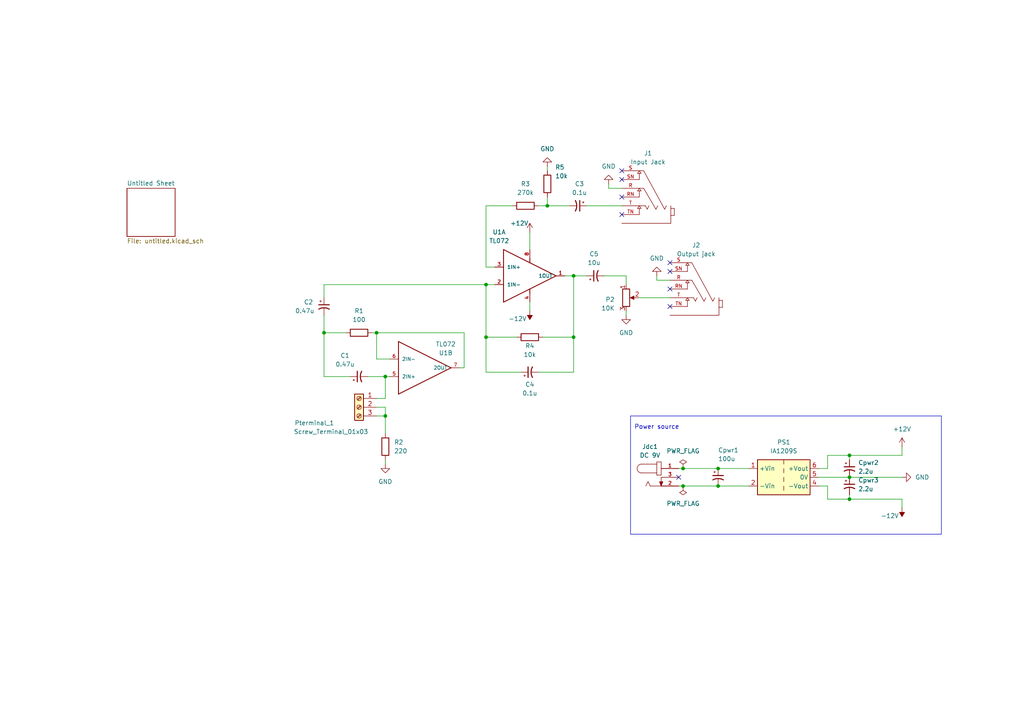
<source format=kicad_sch>
(kicad_sch (version 20231120) (generator "eeschema") (generator_version "8.0")
  (paper "A4")
  (title_block (title "Gyrator based WAH") (date "2024-04-12") (rev "v0.1") (company "Krakenvolt Audio Devices"))
  (lib_symbols
    (symbol "Connector:Screw_Terminal_01x03" (pin_names (offset 1.016) hide)
      (property "Reference" "J" (at 0 5.08 0))
      (property "Value" "Screw_Terminal_01x03" (at 0 -5.08 0))
      (symbol "Screw_Terminal_01x03_1_1"
        (rectangle (start -1.27 3.81) (end 1.27 -3.81) (stroke (width 0.254)) (fill (type background)))
        (circle (center 0 -2.54) (radius 0.635) (stroke (width 0.1524)))
        (polyline (pts (xy -0.5334 -2.2098) (xy 0.3302 -3.048)) (stroke (width 0.1524)))
        (polyline (pts (xy -0.5334 0.3302) (xy 0.3302 -0.508)) (stroke (width 0.1524)))
        (polyline (pts (xy -0.5334 2.8702) (xy 0.3302 2.032)) (stroke (width 0.1524)))
        (polyline (pts (xy -0.3556 -2.032) (xy 0.508 -2.8702)) (stroke (width 0.1524)))
        (polyline (pts (xy -0.3556 0.508) (xy 0.508 -0.3302)) (stroke (width 0.1524)))
        (polyline (pts (xy -0.3556 3.048) (xy 0.508 2.2098)) (stroke (width 0.1524)))
        (circle (center 0 0) (radius 0.635) (stroke (width 0.1524)))
        (circle (center 0 2.54) (radius 0.635) (stroke (width 0.1524)))
        (pin passive line (at -5.08 2.54 0) (length 3.81) (name "Pin_1") (number "1"))
        (pin passive line (at -5.08 0 0) (length 3.81) (name "Pin_2") (number "2"))
        (pin passive line (at -5.08 -2.54 0) (length 3.81) (name "Pin_3") (number "3"))
      )
    )
    (symbol "Converter_DCDC:IA1209S"
      (property "Reference" "PS" (at -7.62 6.35 0))
      (property "Value" "IA1209S" (at 1.27 6.35 0))
      (symbol "IA1209S_0_0"
        (pin power_in line (at -10.16 2.54 0) (length 2.54) (name "+Vin") (number "1"))
        (pin power_in line (at -10.16 -2.54 0) (length 2.54) (name "-Vin") (number "2"))
        (pin power_out line (at 10.16 -2.54 180) (length 2.54) (name "-Vout") (number "4"))
        (pin power_out line (at 10.16 0 180) (length 2.54) (name "0V") (number "5"))
        (pin power_out line (at 10.16 2.54 180) (length 2.54) (name "+Vout") (number "6"))
      )
      (symbol "IA1209S_0_1"
        (rectangle (start -7.62 5.08) (end 7.62 -5.08) (stroke (width 0.254)) (fill (type background)))
        (polyline (pts (xy 0 -2.54) (xy 0 -3.81)))
        (polyline (pts (xy 0 0) (xy 0 -1.27)))
        (polyline (pts (xy 0 2.54) (xy 0 1.27)))
        (polyline (pts (xy 0 5.08) (xy 0 3.81)))
      )
    )
    (symbol "DCJ200-10-A-XX-K_REVA:DCJ200-10-A-XX-K_REVA" (pin_names (offset 1.016))
      (property "Reference" "J" (at -7.6272 5.0848 0))
      (property "Value" "DCJ200-10-A-XX-K_REVA" (at -7.6313 -5.0875 0))
      (symbol "DCJ200-10-A-XX-K_REVA_0_0"
        (arc (start -5.715 3.81) (mid -6.9794 2.54) (end -5.715 1.27) (stroke (width 0.1524)))
        (polyline (pts (xy -5.715 3.81) (xy -1.27 3.81)) (stroke (width 0.1524)))
        (polyline (pts (xy -3.81 -1.27) (xy -4.445 -2.54)) (stroke (width 0.1524)))
        (polyline (pts (xy -3.175 -2.54) (xy -3.81 -1.27)) (stroke (width 0.1524)))
        (polyline (pts (xy -1.27 0.635) (xy 0 0.635)) (stroke (width 0.1524)))
        (polyline (pts (xy -1.27 1.27) (xy -5.715 1.27)) (stroke (width 0.1524)))
        (polyline (pts (xy -1.27 1.27) (xy -1.27 0.635)) (stroke (width 0.1524)))
        (polyline (pts (xy -1.27 3.81) (xy -1.27 1.27)) (stroke (width 0.1524)))
        (polyline (pts (xy -1.27 4.445) (xy -1.27 3.81)) (stroke (width 0.1524)))
        (polyline (pts (xy 0 -2.54) (xy -3.175 -2.54)) (stroke (width 0.1524)))
        (polyline (pts (xy 0 0) (xy 0 -2.54)) (stroke (width 0.1524)))
        (polyline (pts (xy 0 0.635) (xy 0 4.445)) (stroke (width 0.1524)))
        (polyline (pts (xy 0 4.445) (xy -1.27 4.445)) (stroke (width 0.1524)))
        (polyline (pts (xy 0 -2.54) (xy -0.508 -1.27) (xy 0.508 -1.27) (xy 0 -2.54)) (stroke (width 0.1524)) (fill (type outline)))
        (pin passive line (at 5.08 2.54 180) (length 5.08) (name "~") (number "1"))
        (pin passive line (at 5.08 -2.54 180) (length 5.08) (name "~") (number "2"))
        (pin passive line (at 5.08 0 180) (length 5.08) (name "~") (number "3"))
      )
    )
    (symbol "Device:C_Polarized_Small_US" (pin_numbers hide) (pin_names (offset 0.254) hide)
      (property "Reference" "C" (at 0.254 1.778 0))
      (property "Value" "C_Polarized_Small_US" (at 0.254 -2.032 0))
      (symbol "C_Polarized_Small_US_0_1"
        (polyline (pts (xy -1.524 0.508) (xy 1.524 0.508)) (stroke (width 0.3048)))
        (polyline (pts (xy -1.27 1.524) (xy -0.762 1.524)))
        (polyline (pts (xy -1.016 1.27) (xy -1.016 1.778)))
        (arc (start 1.524 -0.762) (mid 0 -0.3734) (end -1.524 -0.762) (stroke (width 0.3048)))
      )
      (symbol "C_Polarized_Small_US_1_1"
        (pin passive line (at 0 2.54 270) (length 2.032) (name "~") (number "1"))
        (pin passive line (at 0 -2.54 90) (length 2.032) (name "~") (number "2"))
      )
    )
    (symbol "Device:R" (pin_numbers hide) (pin_names (offset 0))
      (property "Reference" "R" (at 2.032 0 90))
      (property "Value" "R" (at 0 0 90))
      (symbol "R_0_1"
        (rectangle (start -1.016 -2.54) (end 1.016 2.54) (stroke (width 0.254)))
      )
      (symbol "R_1_1"
        (pin passive line (at 0 3.81 270) (length 1.27) (name "~") (number "1"))
        (pin passive line (at 0 -3.81 90) (length 1.27) (name "~") (number "2"))
      )
    )
    (symbol "Device:R_Potentiometer" (pin_names (offset 1.016) hide)
      (property "Reference" "RV" (at -4.445 0 90))
      (property "Value" "R_Potentiometer" (at -2.54 0 90))
      (symbol "R_Potentiometer_0_1"
        (polyline (pts (xy 2.54 0) (xy 1.524 0)))
        (polyline (pts (xy 1.143 0) (xy 2.286 0.508) (xy 2.286 -0.508) (xy 1.143 0)) (fill (type outline)))
        (rectangle (start 1.016 2.54) (end -1.016 -2.54) (stroke (width 0.254)))
      )
      (symbol "R_Potentiometer_1_1"
        (pin passive line (at 0 3.81 270) (length 1.27) (name "1") (number "1"))
        (pin passive line (at 3.81 0 180) (length 1.27) (name "2") (number "2"))
        (pin passive line (at 0 -3.81 90) (length 1.27) (name "3") (number "3"))
      )
    )
    (symbol "NMJ6HFD2-AU:NMJ6HFD2-AU" (pin_names (offset 1.016))
      (property "Reference" "J" (at -4.8296 9.6559 0))
      (property "Value" "NMJ6HFD2-AU" (at -5.0898 -11.1907 0))
      (symbol "NMJ6HFD2-AU_0_0"
        (polyline (pts (xy -7.62 -5.334) (xy -6.604 -5.334)) (stroke (width 0.1524)))
        (polyline (pts (xy -7.62 -3.302) (xy -7.62 -5.334)) (stroke (width 0.1524)))
        (polyline (pts (xy -6.604 -7.62) (xy -6.604 -5.334)) (stroke (width 0.1524)))
        (polyline (pts (xy -6.604 -5.334) (xy -6.604 -3.302)) (stroke (width 0.1524)))
        (polyline (pts (xy -6.604 -3.302) (xy -7.62 -3.302)) (stroke (width 0.1524)))
        (polyline (pts (xy -6.604 -2.54) (xy -6.604 -3.302)) (stroke (width 0.1524)))
        (polyline (pts (xy -4.826 -3.556) (xy -5.334 -2.54)) (stroke (width 0.1524)))
        (polyline (pts (xy -2.286 -3.556) (xy -2.794 -2.54)) (stroke (width 0.1524)))
        (polyline (pts (xy 0.254 -3.556) (xy -0.254 -2.54)) (stroke (width 0.1524)))
        (polyline (pts (xy 0.762 -2.54) (xy 0.254 -3.556)) (stroke (width 0.1524)))
        (polyline (pts (xy 1.27 2.54) (xy -2.286 -3.556)) (stroke (width 0.1524)))
        (polyline (pts (xy 1.27 7.62) (xy -4.826 -3.556)) (stroke (width 0.1524)))
        (polyline (pts (xy 2.032 -3.302) (xy 2.54 -3.302)) (stroke (width 0.1524)))
        (polyline (pts (xy 2.032 1.778) (xy 2.54 1.778)) (stroke (width 0.1524)))
        (polyline (pts (xy 2.032 6.858) (xy 2.54 6.858)) (stroke (width 0.1524)))
        (polyline (pts (xy 2.54 -3.302) (xy 2.54 -5.08)) (stroke (width 0.1524)))
        (polyline (pts (xy 2.54 -3.302) (xy 3.048 -3.302)) (stroke (width 0.1524)))
        (polyline (pts (xy 2.54 -2.54) (xy 0.762 -2.54)) (stroke (width 0.1524)))
        (polyline (pts (xy 2.54 -2.54) (xy 2.032 -3.302)) (stroke (width 0.1524)))
        (polyline (pts (xy 2.54 1.778) (xy 2.54 0)) (stroke (width 0.1524)))
        (polyline (pts (xy 2.54 1.778) (xy 3.048 1.778)) (stroke (width 0.1524)))
        (polyline (pts (xy 2.54 2.54) (xy 1.27 2.54)) (stroke (width 0.1524)))
        (polyline (pts (xy 2.54 2.54) (xy 2.032 1.778)) (stroke (width 0.1524)))
        (polyline (pts (xy 2.54 6.858) (xy 2.54 5.08)) (stroke (width 0.1524)))
        (polyline (pts (xy 2.54 6.858) (xy 3.048 6.858)) (stroke (width 0.1524)))
        (polyline (pts (xy 2.54 7.62) (xy 1.27 7.62)) (stroke (width 0.1524)))
        (polyline (pts (xy 2.54 7.62) (xy 2.032 6.858)) (stroke (width 0.1524)))
        (polyline (pts (xy 3.048 -3.302) (xy 2.54 -2.54)) (stroke (width 0.1524)))
        (polyline (pts (xy 3.048 1.778) (xy 2.54 2.54)) (stroke (width 0.1524)))
        (polyline (pts (xy 3.048 6.858) (xy 2.54 7.62)) (stroke (width 0.1524)))
        (polyline (pts (xy 7.62 -7.62) (xy -6.604 -7.62)) (stroke (width 0.1524)))
        (pin passive line (at 7.62 2.54 180) (length 5.08) (name "~") (number "R"))
        (pin passive line (at 7.62 0 180) (length 5.08) (name "~") (number "RN"))
        (pin passive line (at 7.62 7.62 180) (length 5.08) (name "~") (number "S"))
        (pin passive line (at 7.62 5.08 180) (length 5.08) (name "~") (number "SN"))
        (pin passive line (at 7.62 -2.54 180) (length 5.08) (name "~") (number "T"))
        (pin passive line (at 7.62 -5.08 180) (length 5.08) (name "~") (number "TN"))
      )
    )
    (symbol "TL072:TL072" (pin_names (offset 1.016))
      (property "Reference" "U" (at 5.0832 6.3566 0))
      (property "Value" "TL072" (at 5.0822 -7.6245 0))
      (symbol "TL072_1_0"
        (polyline (pts (xy -5.08 -7.62) (xy 2.54 -3.81)) (stroke (width 0.254)))
        (polyline (pts (xy -5.08 7.62) (xy -5.08 -7.62)) (stroke (width 0.254)))
        (polyline (pts (xy 2.54 -3.81) (xy 2.54 -5.08)) (stroke (width 0.254)))
        (polyline (pts (xy 2.54 -3.81) (xy 10.16 0)) (stroke (width 0.254)))
        (polyline (pts (xy 2.54 3.81) (xy -5.08 7.62)) (stroke (width 0.254)))
        (polyline (pts (xy 2.54 5.08) (xy 2.54 3.81)) (stroke (width 0.254)))
        (polyline (pts (xy 10.16 0) (xy 2.54 3.81)) (stroke (width 0.254)))
        (pin output line (at 12.7 0 180) (length 2.54) (name "1OUT") (number "1"))
        (pin input line (at -7.62 -2.54 0) (length 2.54) (name "1IN-") (number "2"))
        (pin input line (at -7.62 2.54 0) (length 2.54) (name "1IN+") (number "3"))
        (pin power_in line (at 2.54 -7.62 90) (length 2.54) (name "~") (number "4"))
        (pin power_in line (at 2.54 7.62 270) (length 2.54) (name "~") (number "8"))
      )
      (symbol "TL072_2_0"
        (polyline (pts (xy -5.08 -7.62) (xy 10.16 0)) (stroke (width 0.254)))
        (polyline (pts (xy -5.08 7.62) (xy -5.08 -7.62)) (stroke (width 0.254)))
        (polyline (pts (xy 10.16 0) (xy -5.08 7.62)) (stroke (width 0.254)))
        (pin input line (at -7.62 2.54 0) (length 2.54) (name "2IN+") (number "5"))
        (pin input line (at -7.62 -2.54 0) (length 2.54) (name "2IN-") (number "6"))
        (pin output line (at 12.7 0 180) (length 2.54) (name "2OUT") (number "7"))
      )
    )
    (symbol "power:+12V" (power) (pin_numbers hide) (pin_names (offset 0) hide)
      (property "Value" "+12V" (at 0 3.556 0))
      (symbol "+12V_0_1"
        (polyline (pts (xy -0.762 1.27) (xy 0 2.54)))
        (polyline (pts (xy 0 0) (xy 0 2.54)))
        (polyline (pts (xy 0 2.54) (xy 0.762 1.27)))
      )
      (symbol "+12V_1_1"
        (pin power_in line (at 0 0 90) (length 0) (name "~") (number "1"))
      )
    )
    (symbol "power:-12V" (power) (pin_numbers hide) (pin_names (offset 0) hide)
      (property "Value" "-12V" (at 0 3.556 0))
      (symbol "-12V_0_0"
        (pin power_in line (at 0 0 90) (length 0) (name "~") (number "1"))
      )
      (symbol "-12V_0_1"
        (polyline (pts (xy 0 0) (xy 0 1.27) (xy 0.762 1.27) (xy 0 2.54) (xy -0.762 1.27) (xy 0 1.27)) (fill (type outline)))
      )
    )
    (symbol "power:GND" (power) (pin_numbers hide) (pin_names (offset 0) hide)
      (property "Value" "GND" (at 0 -3.81 0))
      (symbol "GND_0_1"
        (polyline (pts (xy 0 0) (xy 0 -1.27) (xy 1.27 -1.27) (xy 0 -2.54) (xy -1.27 -1.27) (xy 0 -1.27)))
      )
      (symbol "GND_1_1"
        (pin power_in line (at 0 0 270) (length 0) (name "~") (number "1"))
      )
    )
    (symbol "power:PWR_FLAG" (power) (pin_numbers hide) (pin_names (offset 0) hide)
      (property "Value" "PWR_FLAG" (at 0 3.81 0))
      (symbol "PWR_FLAG_0_0"
        (pin power_out line (at 0 0 90) (length 0) (name "~") (number "1"))
      )
      (symbol "PWR_FLAG_0_1"
        (polyline (pts (xy 0 0) (xy 0 1.27) (xy -1.016 1.905) (xy 0 2.54) (xy 1.016 1.905) (xy 0 1.27)))
      )
    )
  )
  (junction (at 158.75 59.69))
  (junction (at 140.97 82.55))
  (junction (at 198.12 140.97))
  (junction (at 208.28 135.89))
  (junction (at 111.76 109.22))
  (junction (at 166.37 97.79))
  (junction (at 246.38 132.08))
  (junction (at 246.38 144.78))
  (junction (at 208.28 140.97))
  (junction (at 93.98 96.52))
  (junction (at 109.22 96.52))
  (junction (at 198.12 135.89))
  (junction (at 140.97 97.79))
  (junction (at 166.37 80.01))
  (junction (at 111.76 120.65))
  (junction (at 246.38 138.43))
  (no_connect (at 194.31 83.82))
  (no_connect (at 196.85 138.43))
  (no_connect (at 194.31 78.74))
  (no_connect (at 180.34 49.53))
  (no_connect (at 180.34 57.15))
  (no_connect (at 194.31 76.2))
  (no_connect (at 180.34 62.23))
  (no_connect (at 180.34 52.07))
  (no_connect (at 194.31 88.9))
  (wire (pts (xy 166.37 80.01) (xy 166.37 97.79)))
  (wire (pts (xy 194.31 81.28) (xy 190.5 81.28)))
  (wire (pts (xy 153.67 67.31) (xy 153.67 72.39)))
  (wire (pts (xy 185.42 86.36) (xy 194.31 86.36)))
  (wire (pts (xy 111.76 133.35) (xy 111.76 134.62)))
  (wire (pts (xy 208.28 135.89) (xy 217.17 135.89)))
  (wire (pts (xy 111.76 109.22) (xy 111.76 115.57)))
  (wire (pts (xy 140.97 59.69) (xy 148.59 59.69)))
  (wire (pts (xy 196.85 135.89) (xy 198.12 135.89)))
  (wire (pts (xy 109.22 96.52) (xy 109.22 104.14)))
  (wire (pts (xy 237.49 140.97) (xy 240.03 140.97)))
  (wire (pts (xy 198.12 140.97) (xy 208.28 140.97)))
  (wire (pts (xy 196.85 140.97) (xy 198.12 140.97)))
  (wire (pts (xy 109.22 115.57) (xy 111.76 115.57)))
  (wire (pts (xy 111.76 118.11) (xy 111.76 120.65)))
  (wire (pts (xy 134.62 106.68) (xy 133.35 106.68)))
  (wire (pts (xy 140.97 77.47) (xy 140.97 59.69)))
  (wire (pts (xy 143.51 77.47) (xy 140.97 77.47)))
  (wire (pts (xy 237.49 138.43) (xy 246.38 138.43)))
  (wire (pts (xy 101.6 109.22) (xy 93.98 109.22)))
  (wire (pts (xy 166.37 107.95) (xy 166.37 97.79)))
  (wire (pts (xy 158.75 59.69) (xy 165.1 59.69)))
  (wire (pts (xy 175.26 80.01) (xy 181.61 80.01)))
  (wire (pts (xy 246.38 138.43) (xy 261.62 138.43)))
  (wire (pts (xy 153.67 87.63) (xy 153.67 90.17)))
  (wire (pts (xy 93.98 96.52) (xy 100.33 96.52)))
  (wire (pts (xy 240.03 135.89) (xy 240.03 132.08)))
  (wire (pts (xy 180.34 54.61) (xy 176.53 54.61)))
  (wire (pts (xy 166.37 80.01) (xy 163.83 80.01)))
  (wire (pts (xy 109.22 96.52) (xy 134.62 96.52)))
  (wire (pts (xy 240.03 140.97) (xy 240.03 144.78)))
  (wire (pts (xy 93.98 91.44) (xy 93.98 96.52)))
  (wire (pts (xy 140.97 82.55) (xy 140.97 97.79)))
  (wire (pts (xy 240.03 144.78) (xy 246.38 144.78)))
  (wire (pts (xy 261.62 132.08) (xy 261.62 129.54)))
  (wire (pts (xy 170.18 59.69) (xy 180.34 59.69)))
  (wire (pts (xy 181.61 90.17) (xy 181.61 91.44)))
  (wire (pts (xy 157.48 97.79) (xy 166.37 97.79)))
  (wire (pts (xy 109.22 120.65) (xy 111.76 120.65)))
  (wire (pts (xy 166.37 80.01) (xy 170.18 80.01)))
  (wire (pts (xy 208.28 140.97) (xy 217.17 140.97)))
  (wire (pts (xy 107.95 96.52) (xy 109.22 96.52)))
  (wire (pts (xy 246.38 132.08) (xy 261.62 132.08)))
  (wire (pts (xy 134.62 96.52) (xy 134.62 106.68)))
  (wire (pts (xy 140.97 107.95) (xy 140.97 97.79)))
  (wire (pts (xy 140.97 82.55) (xy 93.98 82.55)))
  (wire (pts (xy 93.98 82.55) (xy 93.98 86.36)))
  (wire (pts (xy 106.68 109.22) (xy 111.76 109.22)))
  (wire (pts (xy 237.49 135.89) (xy 240.03 135.89)))
  (wire (pts (xy 158.75 48.26) (xy 158.75 49.53)))
  (wire (pts (xy 246.38 144.78) (xy 261.62 144.78)))
  (wire (pts (xy 246.38 144.78) (xy 246.38 143.51)))
  (wire (pts (xy 246.38 132.08) (xy 246.38 133.35)))
  (wire (pts (xy 176.53 54.61) (xy 176.53 53.34)))
  (wire (pts (xy 158.75 57.15) (xy 158.75 59.69)))
  (wire (pts (xy 240.03 132.08) (xy 246.38 132.08)))
  (wire (pts (xy 143.51 82.55) (xy 140.97 82.55)))
  (wire (pts (xy 261.62 144.78) (xy 261.62 147.32)))
  (wire (pts (xy 151.13 107.95) (xy 140.97 107.95)))
  (wire (pts (xy 181.61 80.01) (xy 181.61 82.55)))
  (wire (pts (xy 109.22 104.14) (xy 113.03 104.14)))
  (wire (pts (xy 190.5 80.01) (xy 190.5 81.28)))
  (wire (pts (xy 156.21 59.69) (xy 158.75 59.69)))
  (wire (pts (xy 198.12 135.89) (xy 208.28 135.89)))
  (wire (pts (xy 111.76 109.22) (xy 113.03 109.22)))
  (wire (pts (xy 140.97 97.79) (xy 149.86 97.79)))
  (wire (pts (xy 156.21 107.95) (xy 166.37 107.95)))
  (wire (pts (xy 93.98 109.22) (xy 93.98 96.52)))
  (wire (pts (xy 109.22 118.11) (xy 111.76 118.11)))
  (wire (pts (xy 111.76 120.65) (xy 111.76 125.73)))
  (rectangle (start 182.88 120.65) (end 273.05 154.94))
  (text "Power source\n" (at 190.5 123.952 0) (effects (font (size 1.27 1.27))))
  (symbol (lib_id "power:PWR_FLAG") (at 198.12 140.97 180) (unit 1)
    (property "Reference" "#FLG02" (effects (hide yes)))
    (property "Value" "PWR_FLAG" (at 198.12 146.05 0))
    (property "Description" "Special symbol for telling ERC where power comes from" (effects (hide yes)))
  )
  (symbol (lib_id "TL072:TL072") (at 151.13 80.01 0) (unit 1)
    (property "Reference" "U1" (at 144.78 67.31 0))
    (property "Value" "TL072" (at 144.78 69.85 0))
    (property "Footprint" "TL072:TL072footprint" (effects (hide yes)))
    (property "MF" "Texas Instruments" (effects (hide yes)))
    (property "Description_1" "\nOperational Amplifiers - Op Amps Dual Lo-Noise JFET Input Op Amp\n" (effects (hide yes)))
    (property "Package" "None" (effects (hide yes)))
    (property "Price" "None" (effects (hide yes)))
    (property "STANDARD" "IPC-7351B" (effects (hide yes)))
    (property "PARTREV" "MARCH2005" (effects (hide yes)))
    (property "SnapEDA_Link" "https://www.snapeda.com/parts/TL072/Texas+Instruments/view-part/?ref=snap" (effects (hide yes)))
    (property "MP" "TL072" (effects (hide yes)))
    (property "Availability" "In Stock" (effects (hide yes)))
    (property "Check_prices" "https://www.snapeda.com/parts/TL072/Texas+Instruments/view-part/?ref=eda" (effects (hide yes)))
  )
  (symbol (lib_id "Device:C_Polarized_Small_US") (at 246.38 140.97 0) (unit 1)
    (property "Reference" "Cpwr3" (at 248.92 139.2681 0) (effects (justify left)))
    (property "Value" "2.2u" (at 248.92 141.8081 0) (effects (justify left)))
    (property "Footprint" "Capacitor_THT:CP_Radial_D6.3mm_P2.50mm" (effects (hide yes)))
    (property "Description" "Polarized capacitor, small US symbol" (effects (hide yes)))
  )
  (symbol (lib_id "Device:C_Polarized_Small_US") (at 246.38 135.89 0) (unit 1)
    (property "Reference" "Cpwr2" (at 248.92 134.1881 0) (effects (justify left)))
    (property "Value" "2.2u" (at 248.92 136.7281 0) (effects (justify left)))
    (property "Footprint" "Capacitor_THT:CP_Radial_D6.3mm_P2.50mm" (effects (hide yes)))
    (property "Description" "Polarized capacitor, small US symbol" (effects (hide yes)))
  )
  (symbol (lib_id "Device:R") (at 152.4 59.69 270) (unit 1)
    (property "Reference" "R3" (at 152.4 53.34 90))
    (property "Value" "270k" (at 152.4 55.88 90))
    (property "Footprint" "Resistor_THT:R_Axial_DIN0411_L9.9mm_D3.6mm_P12.70mm_Horizontal" (effects (hide yes)))
    (property "Description" "Resistor" (effects (hide yes)))
  )
  (symbol (lib_id "power:+12V") (at 261.62 129.54 0) (unit 1)
    (property "Reference" "#PWR01" (effects (hide yes)))
    (property "Value" "+12V" (at 261.62 124.46 0))
    (property "Description" "Power symbol creates a global label with name \"+12V\"" (effects (hide yes)))
  )
  (symbol (lib_id "power:GND") (at 181.61 91.44 0) (unit 1)
    (property "Reference" "#PWR011" (effects (hide yes)))
    (property "Value" "GND" (at 181.61 96.52 0))
    (property "Description" "Power symbol creates a global label with name \"GND\" , ground" (effects (hide yes)))
  )
  (symbol (lib_id "power:GND") (at 261.62 138.43 90) (unit 1)
    (property "Reference" "#PWR02" (effects (hide yes)))
    (property "Value" "GND" (at 265.43 138.4299 90) (effects (justify right)))
    (property "Description" "Power symbol creates a global label with name \"GND\" , ground" (effects (hide yes)))
  )
  (symbol (lib_id "Device:R_Potentiometer") (at 181.61 86.36 0) (unit 1)
    (property "Reference" "P2" (at 178.308 86.868 0) (effects (justify right)))
    (property "Value" "10K" (at 178.308 89.408 0) (effects (justify right)))
    (property "Footprint" "9mm APLHA:POT_RD901F-40-15R1-B100K-00DL1" (effects (hide yes)))
    (property "Description" "Potentiometer" (effects (hide yes)))
  )
  (symbol (lib_id "NMJ6HFD2-AU:NMJ6HFD2-AU") (at 201.93 83.82 0) (mirror y) (unit 1)
    (property "Reference" "J2" (at 201.93 71.12 0))
    (property "Value" "Output jack" (at 201.93 73.66 0))
    (property "Footprint" "TRS_JACK_6.3mm:NEUTRIK_NMJ6HFD2-AU" (effects (hide yes)))
    (property "MF" "Neutrik" (effects (hide yes)))
    (property "MAXIMUM_PACKAGE_HEIGHT" "15.84mm" (effects (hide yes)))
    (property "Package" "None" (effects (hide yes)))
    (property "Price" "None" (effects (hide yes)))
    (property "Check_prices" "https://www.snapeda.com/parts/NMJ6HFD2-AU/Neutrik/view-part/?ref=eda" (effects (hide yes)))
    (property "STANDARD" "Manufacturer Recommendations" (effects (hide yes)))
    (property "PARTREV" "26.02.2021" (effects (hide yes)))
    (property "SnapEDA_Link" "https://www.snapeda.com/parts/NMJ6HFD2-AU/Neutrik/view-part/?ref=snap" (effects (hide yes)))
    (property "MP" "NMJ6HFD2-AU" (effects (hide yes)))
    (property "Purchase-URL" "https://www.snapeda.com/api/url_track_click_mouser/?unipart_id=1320361&manufacturer=Neutrik&part_name=NMJ6HFD2-AU&search_term=None" (effects (hide yes)))
    (property "Description_1" "\n1/4 stereo jack, switched, full threaded nose, straight PCB pins, gold plated contacts, mounting nut included\n" (effects (hide yes)))
    (property "Availability" "In Stock" (effects (hide yes)))
    (property "MANUFACTURER" "Neutrik" (effects (hide yes)))
  )
  (symbol (lib_id "power:GND") (at 176.53 53.34 180) (unit 1)
    (property "Reference" "#PWR010" (effects (hide yes)))
    (property "Value" "GND" (at 176.53 48.26 0))
    (property "Description" "Power symbol creates a global label with name \"GND\" , ground" (effects (hide yes)))
  )
  (symbol (lib_id "Device:C_Polarized_Small_US") (at 93.98 88.9 0) (unit 1)
    (property "Reference" "C2" (at 88.138 87.63 0) (effects (justify left)))
    (property "Value" "0.47u" (at 85.598 90.17 0) (effects (justify left)))
    (property "Footprint" "Capacitor_THT:CP_Radial_D6.3mm_P2.50mm" (effects (hide yes)))
    (property "Description" "Polarized capacitor, small US symbol" (effects (hide yes)))
  )
  (symbol (lib_id "Device:R") (at 111.76 129.54 180) (unit 1)
    (property "Reference" "R2" (at 114.3 128.2699 0) (effects (justify right)))
    (property "Value" "220" (at 114.3 130.8099 0) (effects (justify right)))
    (property "Footprint" "Resistor_THT:R_Axial_DIN0411_L9.9mm_D3.6mm_P12.70mm_Horizontal" (effects (hide yes)))
    (property "Description" "Resistor" (effects (hide yes)))
  )
  (symbol (lib_id "Device:R") (at 158.75 53.34 0) (unit 1)
    (property "Reference" "R5" (at 161.036 48.514 0) (effects (justify left)))
    (property "Value" "10k" (at 161.036 51.054 0) (effects (justify left)))
    (property "Footprint" "Resistor_THT:R_Axial_DIN0411_L9.9mm_D3.6mm_P12.70mm_Horizontal" (effects (hide yes)))
    (property "Description" "Resistor" (effects (hide yes)))
  )
  (symbol (lib_id "Converter_DCDC:IA1209S") (at 227.33 138.43 0) (unit 1)
    (property "Reference" "PS1" (at 227.33 128.27 0))
    (property "Value" "IA1209S" (at 227.33 130.81 0))
    (property "Footprint" "Converter_DCDC:Converter_DCDC_XP_POWER-IAxxxxS_THT" (effects (hide yes)))
    (property "Datasheet" "https://www.xppower.com/pdfs/SF_IA.pdf" (effects (hide yes)))
    (property "Description" "XP Power 1W, 1000 VDC Isolated DC/DC Converter Module, Dual Output Voltage ±9V, ±55mA, 12V Input Voltage, SIP" (effects (hide yes)))
  )
  (symbol (lib_id "Device:C_Polarized_Small_US") (at 104.14 109.22 90) (unit 1)
    (property "Reference" "C1" (at 100.076 103.124 90))
    (property "Value" "0.47u" (at 100.076 105.664 90))
    (property "Footprint" "Capacitor_THT:CP_Radial_D6.3mm_P2.50mm" (effects (hide yes)))
    (property "Description" "Polarized capacitor, small US symbol" (effects (hide yes)))
  )
  (symbol (lib_id "power:GND") (at 111.76 134.62 0) (unit 1)
    (property "Reference" "#PWR04" (effects (hide yes)))
    (property "Value" "GND" (at 111.76 139.7 0))
    (property "Description" "Power symbol creates a global label with name \"GND\" , ground" (effects (hide yes)))
  )
  (symbol (lib_id "power:PWR_FLAG") (at 198.12 135.89 0) (unit 1)
    (property "Reference" "#FLG01" (effects (hide yes)))
    (property "Value" "PWR_FLAG" (at 198.12 130.81 0))
    (property "Description" "Special symbol for telling ERC where power comes from" (effects (hide yes)))
  )
  (symbol (lib_id "Device:C_Polarized_Small_US") (at 153.67 107.95 90) (unit 1)
    (property "Reference" "C4" (at 153.67 111.506 90))
    (property "Value" "0.1u" (at 153.67 114.046 90))
    (property "Footprint" "Capacitor_THT:CP_Radial_D6.3mm_P2.50mm" (effects (hide yes)))
    (property "Description" "Polarized capacitor, small US symbol" (effects (hide yes)))
  )
  (symbol (lib_id "DCJ200-10-A-XX-K_REVA:DCJ200-10-A-XX-K_REVA") (at 191.77 138.43 0) (unit 1)
    (property "Reference" "Jdc1" (at 188.5343 129.54 0))
    (property "Value" "DC 9V" (at 188.5343 132.08 0))
    (property "Footprint" "Jack DCJ200 DC_2.1_THT:GCT_DCJ200-10-A-XX-K_REVA" (effects (hide yes)))
    (property "MF" "Global Connector Technology" (effects (hide yes)))
    (property "MAXIMUM_PACKAGE_HEIGHT" "11 mm" (effects (hide yes)))
    (property "Package" "None" (effects (hide yes)))
    (property "Price" "None" (effects (hide yes)))
    (property "Check_prices" "https://www.snapeda.com/parts/DCJ200-10-A-K1-K/Global+Connector+Technology/view-part/?ref=eda" (effects (hide yes)))
    (property "STANDARD" "Manufacturer Recommendations" (effects (hide yes)))
    (property "PARTREV" "A" (effects (hide yes)))
    (property "SnapEDA_Link" "https://www.snapeda.com/parts/DCJ200-10-A-K1-K/Global+Connector+Technology/view-part/?ref=snap" (effects (hide yes)))
    (property "MP" "DCJ200-10-A-K1-K" (effects (hide yes)))
    (property "Purchase-URL" "https://www.snapeda.com/api/url_track_click_mouser/?unipart_id=641259&manufacturer=Global Connector Technology&part_name=DCJ200-10-A-K1-K&search_term=None" (effects (hide yes)))
    (property "Description_1" "\nPower Barrel Connector Jack 2.05mm ID (0.081), 5.50mm OD (0.217) Through Hole, Right Angle\n" (effects (hide yes)))
    (property "MANUFACTURER" "Global Connector Technology" (effects (hide yes)))
    (property "Availability" "In Stock" (effects (hide yes)))
    (property "SNAPEDA_PN" "DCJ200-10-A-K1-K" (effects (hide yes)))
  )
  (symbol (lib_id "power:+12V") (at 153.67 67.31 0) (unit 1)
    (property "Reference" "#PWR05" (effects (hide yes)))
    (property "Value" "+12V" (at 150.622 64.77 0))
    (property "Description" "Power symbol creates a global label with name \"+12V\"" (effects (hide yes)))
  )
  (symbol (lib_id "power:-12V") (at 261.62 147.32 180) (unit 1)
    (property "Reference" "#PWR03" (effects (hide yes)))
    (property "Value" "-12V" (at 258.064 149.606 0))
    (property "Description" "Power symbol creates a global label with name \"-12V\"" (effects (hide yes)))
  )
  (symbol (lib_id "NMJ6HFD2-AU:NMJ6HFD2-AU") (at 187.96 57.15 0) (mirror y) (unit 1)
    (property "Reference" "J1" (at 187.96 44.45 0))
    (property "Value" "Input Jack" (at 187.96 46.99 0))
    (property "Footprint" "TRS_JACK_6.3mm:NEUTRIK_NMJ6HFD2-AU" (effects (hide yes)))
    (property "MF" "Neutrik" (effects (hide yes)))
    (property "MAXIMUM_PACKAGE_HEIGHT" "15.84mm" (effects (hide yes)))
    (property "Package" "None" (effects (hide yes)))
    (property "Price" "None" (effects (hide yes)))
    (property "Check_prices" "https://www.snapeda.com/parts/NMJ6HFD2-AU/Neutrik/view-part/?ref=eda" (effects (hide yes)))
    (property "STANDARD" "Manufacturer Recommendations" (effects (hide yes)))
    (property "PARTREV" "26.02.2021" (effects (hide yes)))
    (property "SnapEDA_Link" "https://www.snapeda.com/parts/NMJ6HFD2-AU/Neutrik/view-part/?ref=snap" (effects (hide yes)))
    (property "MP" "NMJ6HFD2-AU" (effects (hide yes)))
    (property "Purchase-URL" "https://www.snapeda.com/api/url_track_click_mouser/?unipart_id=1320361&manufacturer=Neutrik&part_name=NMJ6HFD2-AU&search_term=None" (effects (hide yes)))
    (property "Description_1" "\n1/4 stereo jack, switched, full threaded nose, straight PCB pins, gold plated contacts, mounting nut included\n" (effects (hide yes)))
    (property "Availability" "In Stock" (effects (hide yes)))
    (property "MANUFACTURER" "Neutrik" (effects (hide yes)))
  )
  (symbol (lib_id "power:GND") (at 190.5 80.01 180) (unit 1)
    (property "Reference" "#PWR012" (effects (hide yes)))
    (property "Value" "GND" (at 190.5 74.93 0))
    (property "Description" "Power symbol creates a global label with name \"GND\" , ground" (effects (hide yes)))
  )
  (symbol (lib_id "TL072:TL072") (at 120.65 106.68 0) (mirror x) (unit 2)
    (property "Reference" "U1" (at 129.286 102.362 0))
    (property "Value" "TL072" (at 129.286 99.822 0))
    (property "Footprint" "TL072:TL072footprint" (effects (hide yes)))
    (property "MF" "Texas Instruments" (effects (hide yes)))
    (property "Description_1" "\nOperational Amplifiers - Op Amps Dual Lo-Noise JFET Input Op Amp\n" (effects (hide yes)))
    (property "Package" "None" (effects (hide yes)))
    (property "Price" "None" (effects (hide yes)))
    (property "STANDARD" "IPC-7351B" (effects (hide yes)))
    (property "PARTREV" "MARCH2005" (effects (hide yes)))
    (property "SnapEDA_Link" "https://www.snapeda.com/parts/TL072/Texas+Instruments/view-part/?ref=snap" (effects (hide yes)))
    (property "MP" "TL072" (effects (hide yes)))
    (property "Availability" "In Stock" (effects (hide yes)))
    (property "Check_prices" "https://www.snapeda.com/parts/TL072/Texas+Instruments/view-part/?ref=eda" (effects (hide yes)))
  )
  (symbol (lib_id "Device:C_Polarized_Small_US") (at 167.64 59.69 270) (unit 1)
    (property "Reference" "C3" (at 168.0718 53.34 90))
    (property "Value" "0.1u" (at 168.0718 55.88 90))
    (property "Footprint" "Capacitor_THT:CP_Radial_D6.3mm_P2.50mm" (effects (hide yes)))
    (property "Description" "Polarized capacitor, small US symbol" (effects (hide yes)))
  )
  (symbol (lib_id "Device:R") (at 104.14 96.52 90) (unit 1)
    (property "Reference" "R1" (at 104.14 90.17 90))
    (property "Value" "100" (at 104.14 92.71 90))
    (property "Footprint" "Resistor_THT:R_Axial_DIN0411_L9.9mm_D3.6mm_P12.70mm_Horizontal" (effects (hide yes)))
    (property "Description" "Resistor" (effects (hide yes)))
  )
  (symbol (lib_id "power:GND") (at 158.75 48.26 180) (unit 1)
    (property "Reference" "#PWR07" (effects (hide yes)))
    (property "Value" "GND" (at 158.75 43.18 0))
    (property "Description" "Power symbol creates a global label with name \"GND\" , ground" (effects (hide yes)))
  )
  (symbol (lib_id "Device:C_Polarized_Small_US") (at 172.72 80.01 90) (unit 1)
    (property "Reference" "C5" (at 172.2882 73.66 90))
    (property "Value" "10u" (at 172.2882 76.2 90))
    (property "Footprint" "Capacitor_THT:CP_Radial_D6.3mm_P2.50mm" (effects (hide yes)))
    (property "Description" "Polarized capacitor, small US symbol" (effects (hide yes)))
  )
  (symbol (lib_id "Connector:Screw_Terminal_01x03") (at 104.14 118.11 0) (mirror y) (unit 1)
    (property "Reference" "Pterminal_1" (at 91.186 122.682 0))
    (property "Value" "Screw_Terminal_01x03" (at 96.012 125.222 0))
    (property "Footprint" "TerminalBlock_Phoenix:TerminalBlock_Phoenix_MKDS-1,5-3-5.08_1x03_P5.08mm_Horizontal" (effects (hide yes)))
    (property "Description" "Generic screw terminal, single row, 01x03, script generated (kicad-library-utils/schlib/autogen/connector/)" (effects (hide yes)))
  )
  (symbol (lib_id "Device:R") (at 153.67 97.79 270) (unit 1)
    (property "Reference" "R4" (at 153.67 100.33 90))
    (property "Value" "10k" (at 153.67 102.87 90))
    (property "Footprint" "Resistor_THT:R_Axial_DIN0411_L9.9mm_D3.6mm_P12.70mm_Horizontal" (effects (hide yes)))
    (property "Description" "Resistor" (effects (hide yes)))
  )
  (symbol (lib_id "Device:C_Polarized_Small_US") (at 208.28 138.43 0) (unit 1)
    (property "Reference" "Cpwr1" (at 208.28 130.556 0) (effects (justify left)))
    (property "Value" "100u" (at 208.28 133.096 0) (effects (justify left)))
    (property "Footprint" "Capacitor_THT:CP_Radial_D8.0mm_P2.50mm" (effects (hide yes)))
    (property "Description" "Polarized capacitor, small US symbol" (effects (hide yes)))
  )
  (symbol (lib_id "power:-12V") (at 153.67 90.17 180) (unit 1)
    (property "Reference" "#PWR06" (effects (hide yes)))
    (property "Value" "-12V" (at 150.114 92.456 0))
    (property "Description" "Power symbol creates a global label with name \"-12V\"" (effects (hide yes)))
  )
  (sheet (at 36.83 54.61) (size 13.97 13.97) (stroke (width 0.1524))
    (property "Sheetname" "Untitled Sheet" (at 36.83 53.8984 0) (effects (justify left bottom)))
    (property "Sheetfile" "untitled.kicad_sch" (at 36.83 69.1646 0) (effects (justify left top)))
  )
)
</source>
